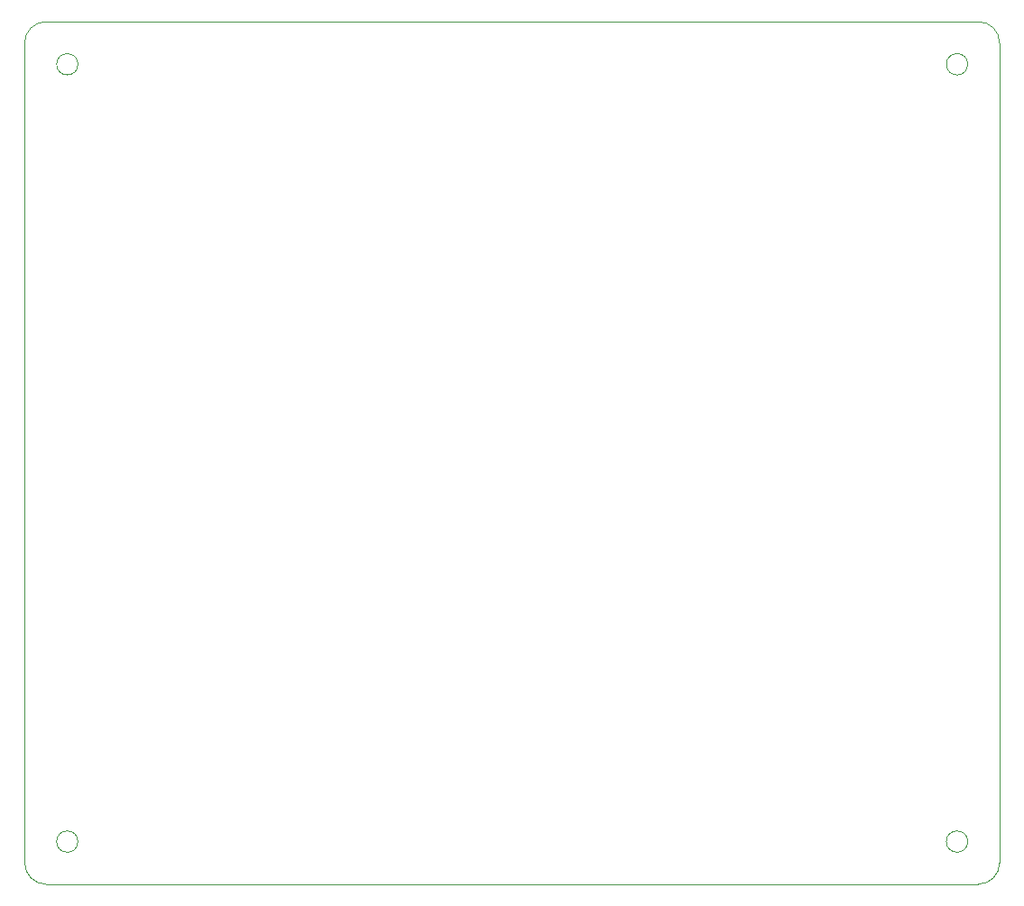
<source format=gm1>
G04 #@! TF.GenerationSoftware,KiCad,Pcbnew,9.0.2*
G04 #@! TF.CreationDate,2025-07-27T14:28:18-07:00*
G04 #@! TF.ProjectId,PortableWeatherStation,506f7274-6162-46c6-9557-656174686572,rev?*
G04 #@! TF.SameCoordinates,Original*
G04 #@! TF.FileFunction,Profile,NP*
%FSLAX46Y46*%
G04 Gerber Fmt 4.6, Leading zero omitted, Abs format (unit mm)*
G04 Created by KiCad (PCBNEW 9.0.2) date 2025-07-27 14:28:18*
%MOMM*%
%LPD*%
G01*
G04 APERTURE LIST*
G04 #@! TA.AperFunction,Profile*
%ADD10C,0.050000*%
G04 #@! TD*
G04 APERTURE END LIST*
D10*
X95585786Y-56085786D02*
X183085786Y-56085786D01*
X182085786Y-133085786D02*
G75*
G02*
X180085786Y-133085786I-1000000J0D01*
G01*
X180085786Y-133085786D02*
G75*
G02*
X182085786Y-133085786I1000000J0D01*
G01*
X98585786Y-60085786D02*
G75*
G02*
X96585786Y-60085786I-1000000J0D01*
G01*
X96585786Y-60085786D02*
G75*
G02*
X98585786Y-60085786I1000000J0D01*
G01*
X185085786Y-58085786D02*
X185085786Y-135085786D01*
X185085786Y-135085786D02*
G75*
G02*
X183085786Y-137085786I-1999986J-14D01*
G01*
X95585786Y-137085786D02*
G75*
G02*
X93585814Y-135085786I14J1999986D01*
G01*
X183085786Y-137085786D02*
X95585786Y-137085786D01*
X182085786Y-60085786D02*
G75*
G02*
X180085786Y-60085786I-1000000J0D01*
G01*
X180085786Y-60085786D02*
G75*
G02*
X182085786Y-60085786I1000000J0D01*
G01*
X183085786Y-56085786D02*
G75*
G02*
X185085814Y-58085786I14J-2000014D01*
G01*
X93585786Y-58085786D02*
G75*
G02*
X95585786Y-56085786I2000014J-14D01*
G01*
X98585786Y-133085786D02*
G75*
G02*
X96585786Y-133085786I-1000000J0D01*
G01*
X96585786Y-133085786D02*
G75*
G02*
X98585786Y-133085786I1000000J0D01*
G01*
X93585786Y-135085786D02*
X93585786Y-58085786D01*
M02*

</source>
